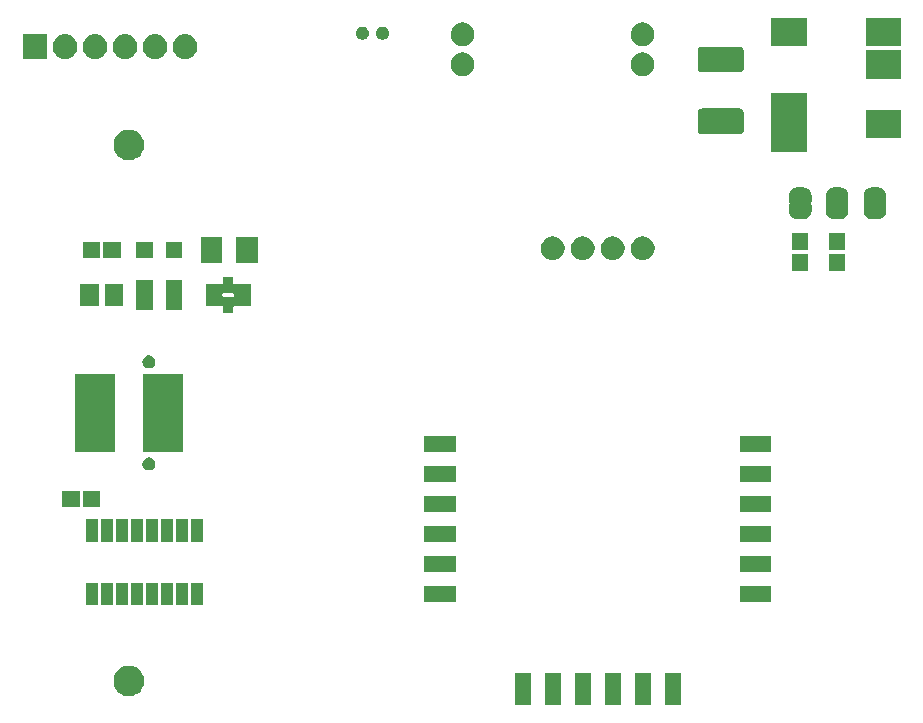
<source format=gts>
G04 #@! TF.GenerationSoftware,KiCad,Pcbnew,(5.1.0-0)*
G04 #@! TF.CreationDate,2019-05-12T16:12:14+09:00*
G04 #@! TF.ProjectId,split_EC_left,73706c69-745f-4454-935f-6c6566742e6b,rev?*
G04 #@! TF.SameCoordinates,Original*
G04 #@! TF.FileFunction,Soldermask,Top*
G04 #@! TF.FilePolarity,Negative*
%FSLAX46Y46*%
G04 Gerber Fmt 4.6, Leading zero omitted, Abs format (unit mm)*
G04 Created by KiCad (PCBNEW (5.1.0-0)) date 2019-05-12 16:12:14*
%MOMM*%
%LPD*%
G04 APERTURE LIST*
%ADD10C,0.100000*%
G04 APERTURE END LIST*
D10*
G36*
X129800000Y-99750000D02*
G01*
X128400000Y-99750000D01*
X128400000Y-97050000D01*
X129800000Y-97050000D01*
X129800000Y-99750000D01*
X129800000Y-99750000D01*
G37*
G36*
X127260000Y-99750000D02*
G01*
X125860000Y-99750000D01*
X125860000Y-97050000D01*
X127260000Y-97050000D01*
X127260000Y-99750000D01*
X127260000Y-99750000D01*
G37*
G36*
X124720000Y-99750000D02*
G01*
X123320000Y-99750000D01*
X123320000Y-97050000D01*
X124720000Y-97050000D01*
X124720000Y-99750000D01*
X124720000Y-99750000D01*
G37*
G36*
X122180000Y-99750000D02*
G01*
X120780000Y-99750000D01*
X120780000Y-97050000D01*
X122180000Y-97050000D01*
X122180000Y-99750000D01*
X122180000Y-99750000D01*
G37*
G36*
X119640000Y-99750000D02*
G01*
X118240000Y-99750000D01*
X118240000Y-97050000D01*
X119640000Y-97050000D01*
X119640000Y-99750000D01*
X119640000Y-99750000D01*
G37*
G36*
X117100000Y-99750000D02*
G01*
X115700000Y-99750000D01*
X115700000Y-97050000D01*
X117100000Y-97050000D01*
X117100000Y-99750000D01*
X117100000Y-99750000D01*
G37*
G36*
X83429196Y-96439958D02*
G01*
X83665781Y-96537955D01*
X83878702Y-96680224D01*
X84059776Y-96861298D01*
X84202045Y-97074219D01*
X84300042Y-97310804D01*
X84350000Y-97561961D01*
X84350000Y-97818039D01*
X84300042Y-98069196D01*
X84202045Y-98305781D01*
X84059776Y-98518702D01*
X83878702Y-98699776D01*
X83665781Y-98842045D01*
X83429196Y-98940042D01*
X83303617Y-98965021D01*
X83178040Y-98990000D01*
X82921960Y-98990000D01*
X82670804Y-98940042D01*
X82434219Y-98842045D01*
X82221298Y-98699776D01*
X82040224Y-98518702D01*
X81897955Y-98305781D01*
X81799958Y-98069196D01*
X81750000Y-97818039D01*
X81750000Y-97561961D01*
X81799958Y-97310804D01*
X81897955Y-97074219D01*
X82040224Y-96861298D01*
X82221298Y-96680224D01*
X82434219Y-96537955D01*
X82670804Y-96439958D01*
X82921960Y-96390000D01*
X83178040Y-96390000D01*
X83429196Y-96439958D01*
X83429196Y-96439958D01*
G37*
G36*
X80430000Y-91300000D02*
G01*
X79430000Y-91300000D01*
X79430000Y-89400000D01*
X80430000Y-89400000D01*
X80430000Y-91300000D01*
X80430000Y-91300000D01*
G37*
G36*
X89320000Y-91300000D02*
G01*
X88320000Y-91300000D01*
X88320000Y-89400000D01*
X89320000Y-89400000D01*
X89320000Y-91300000D01*
X89320000Y-91300000D01*
G37*
G36*
X88050000Y-91300000D02*
G01*
X87050000Y-91300000D01*
X87050000Y-89400000D01*
X88050000Y-89400000D01*
X88050000Y-91300000D01*
X88050000Y-91300000D01*
G37*
G36*
X86780000Y-91300000D02*
G01*
X85780000Y-91300000D01*
X85780000Y-89400000D01*
X86780000Y-89400000D01*
X86780000Y-91300000D01*
X86780000Y-91300000D01*
G37*
G36*
X84240000Y-91300000D02*
G01*
X83240000Y-91300000D01*
X83240000Y-89400000D01*
X84240000Y-89400000D01*
X84240000Y-91300000D01*
X84240000Y-91300000D01*
G37*
G36*
X85510000Y-91300000D02*
G01*
X84510000Y-91300000D01*
X84510000Y-89400000D01*
X85510000Y-89400000D01*
X85510000Y-91300000D01*
X85510000Y-91300000D01*
G37*
G36*
X81700000Y-91300000D02*
G01*
X80700000Y-91300000D01*
X80700000Y-89400000D01*
X81700000Y-89400000D01*
X81700000Y-91300000D01*
X81700000Y-91300000D01*
G37*
G36*
X82970000Y-91300000D02*
G01*
X81970000Y-91300000D01*
X81970000Y-89400000D01*
X82970000Y-89400000D01*
X82970000Y-91300000D01*
X82970000Y-91300000D01*
G37*
G36*
X137450000Y-91030000D02*
G01*
X134750000Y-91030000D01*
X134750000Y-89630000D01*
X137450000Y-89630000D01*
X137450000Y-91030000D01*
X137450000Y-91030000D01*
G37*
G36*
X110750000Y-91030000D02*
G01*
X108050000Y-91030000D01*
X108050000Y-89630000D01*
X110750000Y-89630000D01*
X110750000Y-91030000D01*
X110750000Y-91030000D01*
G37*
G36*
X110750000Y-88490000D02*
G01*
X108050000Y-88490000D01*
X108050000Y-87090000D01*
X110750000Y-87090000D01*
X110750000Y-88490000D01*
X110750000Y-88490000D01*
G37*
G36*
X137450000Y-88490000D02*
G01*
X134750000Y-88490000D01*
X134750000Y-87090000D01*
X137450000Y-87090000D01*
X137450000Y-88490000D01*
X137450000Y-88490000D01*
G37*
G36*
X110750000Y-85950000D02*
G01*
X108050000Y-85950000D01*
X108050000Y-84550000D01*
X110750000Y-84550000D01*
X110750000Y-85950000D01*
X110750000Y-85950000D01*
G37*
G36*
X137450000Y-85950000D02*
G01*
X134750000Y-85950000D01*
X134750000Y-84550000D01*
X137450000Y-84550000D01*
X137450000Y-85950000D01*
X137450000Y-85950000D01*
G37*
G36*
X89320000Y-85900000D02*
G01*
X88320000Y-85900000D01*
X88320000Y-84000000D01*
X89320000Y-84000000D01*
X89320000Y-85900000D01*
X89320000Y-85900000D01*
G37*
G36*
X88050000Y-85900000D02*
G01*
X87050000Y-85900000D01*
X87050000Y-84000000D01*
X88050000Y-84000000D01*
X88050000Y-85900000D01*
X88050000Y-85900000D01*
G37*
G36*
X86780000Y-85900000D02*
G01*
X85780000Y-85900000D01*
X85780000Y-84000000D01*
X86780000Y-84000000D01*
X86780000Y-85900000D01*
X86780000Y-85900000D01*
G37*
G36*
X85510000Y-85900000D02*
G01*
X84510000Y-85900000D01*
X84510000Y-84000000D01*
X85510000Y-84000000D01*
X85510000Y-85900000D01*
X85510000Y-85900000D01*
G37*
G36*
X80430000Y-85900000D02*
G01*
X79430000Y-85900000D01*
X79430000Y-84000000D01*
X80430000Y-84000000D01*
X80430000Y-85900000D01*
X80430000Y-85900000D01*
G37*
G36*
X81700000Y-85900000D02*
G01*
X80700000Y-85900000D01*
X80700000Y-84000000D01*
X81700000Y-84000000D01*
X81700000Y-85900000D01*
X81700000Y-85900000D01*
G37*
G36*
X82970000Y-85900000D02*
G01*
X81970000Y-85900000D01*
X81970000Y-84000000D01*
X82970000Y-84000000D01*
X82970000Y-85900000D01*
X82970000Y-85900000D01*
G37*
G36*
X84240000Y-85900000D02*
G01*
X83240000Y-85900000D01*
X83240000Y-84000000D01*
X84240000Y-84000000D01*
X84240000Y-85900000D01*
X84240000Y-85900000D01*
G37*
G36*
X137450000Y-83410000D02*
G01*
X134750000Y-83410000D01*
X134750000Y-82010000D01*
X137450000Y-82010000D01*
X137450000Y-83410000D01*
X137450000Y-83410000D01*
G37*
G36*
X110750000Y-83410000D02*
G01*
X108050000Y-83410000D01*
X108050000Y-82010000D01*
X110750000Y-82010000D01*
X110750000Y-83410000D01*
X110750000Y-83410000D01*
G37*
G36*
X80625000Y-83000000D02*
G01*
X79175000Y-83000000D01*
X79175000Y-81650000D01*
X80625000Y-81650000D01*
X80625000Y-83000000D01*
X80625000Y-83000000D01*
G37*
G36*
X78875000Y-83000000D02*
G01*
X77425000Y-83000000D01*
X77425000Y-81650000D01*
X78875000Y-81650000D01*
X78875000Y-83000000D01*
X78875000Y-83000000D01*
G37*
G36*
X110750000Y-80870000D02*
G01*
X108050000Y-80870000D01*
X108050000Y-79470000D01*
X110750000Y-79470000D01*
X110750000Y-80870000D01*
X110750000Y-80870000D01*
G37*
G36*
X137450000Y-80870000D02*
G01*
X134750000Y-80870000D01*
X134750000Y-79470000D01*
X137450000Y-79470000D01*
X137450000Y-80870000D01*
X137450000Y-80870000D01*
G37*
G36*
X84875009Y-78789091D02*
G01*
X84910429Y-78796136D01*
X84960476Y-78816867D01*
X85010524Y-78837597D01*
X85100602Y-78897785D01*
X85177215Y-78974398D01*
X85237403Y-79064476D01*
X85278864Y-79164572D01*
X85300000Y-79270828D01*
X85300000Y-79379172D01*
X85278864Y-79485428D01*
X85237403Y-79585524D01*
X85177215Y-79675602D01*
X85100602Y-79752215D01*
X85010524Y-79812403D01*
X84960476Y-79833133D01*
X84910429Y-79853864D01*
X84875009Y-79860909D01*
X84804172Y-79875000D01*
X84695828Y-79875000D01*
X84624991Y-79860909D01*
X84589571Y-79853864D01*
X84539524Y-79833133D01*
X84489476Y-79812403D01*
X84399398Y-79752215D01*
X84322785Y-79675602D01*
X84262597Y-79585524D01*
X84221136Y-79485428D01*
X84200000Y-79379172D01*
X84200000Y-79270828D01*
X84221136Y-79164572D01*
X84262597Y-79064476D01*
X84322785Y-78974398D01*
X84399398Y-78897785D01*
X84489476Y-78837597D01*
X84539524Y-78816867D01*
X84589571Y-78796136D01*
X84624991Y-78789091D01*
X84695828Y-78775000D01*
X84804172Y-78775000D01*
X84875009Y-78789091D01*
X84875009Y-78789091D01*
G37*
G36*
X110750000Y-78330000D02*
G01*
X108050000Y-78330000D01*
X108050000Y-76930000D01*
X110750000Y-76930000D01*
X110750000Y-78330000D01*
X110750000Y-78330000D01*
G37*
G36*
X137450000Y-78330000D02*
G01*
X134750000Y-78330000D01*
X134750000Y-76930000D01*
X137450000Y-76930000D01*
X137450000Y-78330000D01*
X137450000Y-78330000D01*
G37*
G36*
X81850000Y-78325000D02*
G01*
X78450000Y-78325000D01*
X78450000Y-71675000D01*
X81850000Y-71675000D01*
X81850000Y-78325000D01*
X81850000Y-78325000D01*
G37*
G36*
X87650000Y-78325000D02*
G01*
X84250000Y-78325000D01*
X84250000Y-71675000D01*
X87650000Y-71675000D01*
X87650000Y-78325000D01*
X87650000Y-78325000D01*
G37*
G36*
X84875009Y-70139091D02*
G01*
X84910429Y-70146136D01*
X84960476Y-70166867D01*
X85010524Y-70187597D01*
X85100602Y-70247785D01*
X85177215Y-70324398D01*
X85237403Y-70414476D01*
X85278864Y-70514572D01*
X85300000Y-70620828D01*
X85300000Y-70729172D01*
X85278864Y-70835428D01*
X85237403Y-70935524D01*
X85177215Y-71025602D01*
X85100602Y-71102215D01*
X85010524Y-71162403D01*
X84960476Y-71183134D01*
X84910429Y-71203864D01*
X84875009Y-71210909D01*
X84804172Y-71225000D01*
X84695828Y-71225000D01*
X84624991Y-71210909D01*
X84589571Y-71203864D01*
X84539524Y-71183134D01*
X84489476Y-71162403D01*
X84399398Y-71102215D01*
X84322785Y-71025602D01*
X84262597Y-70935524D01*
X84221136Y-70835428D01*
X84200000Y-70729172D01*
X84200000Y-70620828D01*
X84221136Y-70514572D01*
X84262597Y-70414476D01*
X84322785Y-70324398D01*
X84399398Y-70247785D01*
X84489476Y-70187597D01*
X84539524Y-70166867D01*
X84589571Y-70146136D01*
X84624991Y-70139091D01*
X84695828Y-70125000D01*
X84804172Y-70125000D01*
X84875009Y-70139091D01*
X84875009Y-70139091D01*
G37*
G36*
X91900000Y-64000001D02*
G01*
X91902402Y-64024387D01*
X91909515Y-64047836D01*
X91921066Y-64069447D01*
X91936611Y-64088389D01*
X91955553Y-64103934D01*
X91977164Y-64115485D01*
X92000613Y-64122598D01*
X92024999Y-64125000D01*
X93350000Y-64125000D01*
X93350000Y-65925000D01*
X92024999Y-65925000D01*
X92000613Y-65927402D01*
X91977164Y-65934515D01*
X91955553Y-65946066D01*
X91936611Y-65961611D01*
X91921066Y-65980553D01*
X91909515Y-66002164D01*
X91902402Y-66025613D01*
X91900000Y-66049999D01*
X91900000Y-66525000D01*
X91000000Y-66525000D01*
X91000000Y-66049999D01*
X90997598Y-66025613D01*
X90990485Y-66002164D01*
X90978934Y-65980553D01*
X90963389Y-65961611D01*
X90944447Y-65946066D01*
X90922836Y-65934515D01*
X90899387Y-65927402D01*
X90875001Y-65925000D01*
X89550000Y-65925000D01*
X89550000Y-64999999D01*
X90950000Y-64999999D01*
X90950000Y-65050001D01*
X90952402Y-65074387D01*
X90959515Y-65097836D01*
X90971066Y-65119447D01*
X90986611Y-65138389D01*
X91005553Y-65153934D01*
X91027164Y-65165485D01*
X91050613Y-65172598D01*
X91074999Y-65175000D01*
X91825001Y-65175000D01*
X91849387Y-65172598D01*
X91872836Y-65165485D01*
X91894447Y-65153934D01*
X91913389Y-65138389D01*
X91928934Y-65119447D01*
X91940485Y-65097836D01*
X91947598Y-65074387D01*
X91950000Y-65050001D01*
X91950000Y-64999999D01*
X91947598Y-64975613D01*
X91940485Y-64952164D01*
X91928934Y-64930553D01*
X91913389Y-64911611D01*
X91894447Y-64896066D01*
X91872836Y-64884515D01*
X91849387Y-64877402D01*
X91825001Y-64875000D01*
X91074999Y-64875000D01*
X91050613Y-64877402D01*
X91027164Y-64884515D01*
X91005553Y-64896066D01*
X90986611Y-64911611D01*
X90971066Y-64930553D01*
X90959515Y-64952164D01*
X90952402Y-64975613D01*
X90950000Y-64999999D01*
X89550000Y-64999999D01*
X89550000Y-64125000D01*
X90875001Y-64125000D01*
X90899387Y-64122598D01*
X90922836Y-64115485D01*
X90944447Y-64103934D01*
X90963389Y-64088389D01*
X90978934Y-64069447D01*
X90990485Y-64047836D01*
X90997598Y-64024387D01*
X91000000Y-64000001D01*
X91000000Y-63525000D01*
X91900000Y-63525000D01*
X91900000Y-64000001D01*
X91900000Y-64000001D01*
G37*
G36*
X85050000Y-66275000D02*
G01*
X83650000Y-66275000D01*
X83650000Y-63775000D01*
X85050000Y-63775000D01*
X85050000Y-66275000D01*
X85050000Y-66275000D01*
G37*
G36*
X87550000Y-66275000D02*
G01*
X86150000Y-66275000D01*
X86150000Y-63775000D01*
X87550000Y-63775000D01*
X87550000Y-66275000D01*
X87550000Y-66275000D01*
G37*
G36*
X80500000Y-65925000D02*
G01*
X78950000Y-65925000D01*
X78950000Y-64125000D01*
X80500000Y-64125000D01*
X80500000Y-65925000D01*
X80500000Y-65925000D01*
G37*
G36*
X82550000Y-65925000D02*
G01*
X81000000Y-65925000D01*
X81000000Y-64125000D01*
X82550000Y-64125000D01*
X82550000Y-65925000D01*
X82550000Y-65925000D01*
G37*
G36*
X143700000Y-63000000D02*
G01*
X142350000Y-63000000D01*
X142350000Y-61550000D01*
X143700000Y-61550000D01*
X143700000Y-63000000D01*
X143700000Y-63000000D01*
G37*
G36*
X140575000Y-63000000D02*
G01*
X139225000Y-63000000D01*
X139225000Y-61550000D01*
X140575000Y-61550000D01*
X140575000Y-63000000D01*
X140575000Y-63000000D01*
G37*
G36*
X93950000Y-62300000D02*
G01*
X92125000Y-62300000D01*
X92125000Y-60150000D01*
X93950000Y-60150000D01*
X93950000Y-62300000D01*
X93950000Y-62300000D01*
G37*
G36*
X90975000Y-62300000D02*
G01*
X89150000Y-62300000D01*
X89150000Y-60150000D01*
X90975000Y-60150000D01*
X90975000Y-62300000D01*
X90975000Y-62300000D01*
G37*
G36*
X124247290Y-60075619D02*
G01*
X124311689Y-60088429D01*
X124493678Y-60163811D01*
X124657463Y-60273249D01*
X124796751Y-60412537D01*
X124906189Y-60576322D01*
X124981571Y-60758311D01*
X125020000Y-60951509D01*
X125020000Y-61148491D01*
X124981571Y-61341689D01*
X124906189Y-61523678D01*
X124796751Y-61687463D01*
X124657463Y-61826751D01*
X124493678Y-61936189D01*
X124311689Y-62011571D01*
X124247290Y-62024381D01*
X124118493Y-62050000D01*
X123921507Y-62050000D01*
X123792710Y-62024381D01*
X123728311Y-62011571D01*
X123546322Y-61936189D01*
X123382537Y-61826751D01*
X123243249Y-61687463D01*
X123133811Y-61523678D01*
X123058429Y-61341689D01*
X123020000Y-61148491D01*
X123020000Y-60951509D01*
X123058429Y-60758311D01*
X123133811Y-60576322D01*
X123243249Y-60412537D01*
X123382537Y-60273249D01*
X123546322Y-60163811D01*
X123728311Y-60088429D01*
X123792710Y-60075619D01*
X123921507Y-60050000D01*
X124118493Y-60050000D01*
X124247290Y-60075619D01*
X124247290Y-60075619D01*
G37*
G36*
X126787290Y-60075619D02*
G01*
X126851689Y-60088429D01*
X127033678Y-60163811D01*
X127197463Y-60273249D01*
X127336751Y-60412537D01*
X127446189Y-60576322D01*
X127521571Y-60758311D01*
X127560000Y-60951509D01*
X127560000Y-61148491D01*
X127521571Y-61341689D01*
X127446189Y-61523678D01*
X127336751Y-61687463D01*
X127197463Y-61826751D01*
X127033678Y-61936189D01*
X126851689Y-62011571D01*
X126787290Y-62024381D01*
X126658493Y-62050000D01*
X126461507Y-62050000D01*
X126332710Y-62024381D01*
X126268311Y-62011571D01*
X126086322Y-61936189D01*
X125922537Y-61826751D01*
X125783249Y-61687463D01*
X125673811Y-61523678D01*
X125598429Y-61341689D01*
X125560000Y-61148491D01*
X125560000Y-60951509D01*
X125598429Y-60758311D01*
X125673811Y-60576322D01*
X125783249Y-60412537D01*
X125922537Y-60273249D01*
X126086322Y-60163811D01*
X126268311Y-60088429D01*
X126332710Y-60075619D01*
X126461507Y-60050000D01*
X126658493Y-60050000D01*
X126787290Y-60075619D01*
X126787290Y-60075619D01*
G37*
G36*
X119167290Y-60075619D02*
G01*
X119231689Y-60088429D01*
X119413678Y-60163811D01*
X119577463Y-60273249D01*
X119716751Y-60412537D01*
X119826189Y-60576322D01*
X119901571Y-60758311D01*
X119940000Y-60951509D01*
X119940000Y-61148491D01*
X119901571Y-61341689D01*
X119826189Y-61523678D01*
X119716751Y-61687463D01*
X119577463Y-61826751D01*
X119413678Y-61936189D01*
X119231689Y-62011571D01*
X119167290Y-62024381D01*
X119038493Y-62050000D01*
X118841507Y-62050000D01*
X118712710Y-62024381D01*
X118648311Y-62011571D01*
X118466322Y-61936189D01*
X118302537Y-61826751D01*
X118163249Y-61687463D01*
X118053811Y-61523678D01*
X117978429Y-61341689D01*
X117940000Y-61148491D01*
X117940000Y-60951509D01*
X117978429Y-60758311D01*
X118053811Y-60576322D01*
X118163249Y-60412537D01*
X118302537Y-60273249D01*
X118466322Y-60163811D01*
X118648311Y-60088429D01*
X118712710Y-60075619D01*
X118841507Y-60050000D01*
X119038493Y-60050000D01*
X119167290Y-60075619D01*
X119167290Y-60075619D01*
G37*
G36*
X121707290Y-60075619D02*
G01*
X121771689Y-60088429D01*
X121953678Y-60163811D01*
X122117463Y-60273249D01*
X122256751Y-60412537D01*
X122366189Y-60576322D01*
X122441571Y-60758311D01*
X122480000Y-60951509D01*
X122480000Y-61148491D01*
X122441571Y-61341689D01*
X122366189Y-61523678D01*
X122256751Y-61687463D01*
X122117463Y-61826751D01*
X121953678Y-61936189D01*
X121771689Y-62011571D01*
X121707290Y-62024381D01*
X121578493Y-62050000D01*
X121381507Y-62050000D01*
X121252710Y-62024381D01*
X121188311Y-62011571D01*
X121006322Y-61936189D01*
X120842537Y-61826751D01*
X120703249Y-61687463D01*
X120593811Y-61523678D01*
X120518429Y-61341689D01*
X120480000Y-61148491D01*
X120480000Y-60951509D01*
X120518429Y-60758311D01*
X120593811Y-60576322D01*
X120703249Y-60412537D01*
X120842537Y-60273249D01*
X121006322Y-60163811D01*
X121188311Y-60088429D01*
X121252710Y-60075619D01*
X121381507Y-60050000D01*
X121578493Y-60050000D01*
X121707290Y-60075619D01*
X121707290Y-60075619D01*
G37*
G36*
X85050000Y-61925000D02*
G01*
X83650000Y-61925000D01*
X83650000Y-60525000D01*
X85050000Y-60525000D01*
X85050000Y-61925000D01*
X85050000Y-61925000D01*
G37*
G36*
X87550000Y-61925000D02*
G01*
X86150000Y-61925000D01*
X86150000Y-60525000D01*
X87550000Y-60525000D01*
X87550000Y-61925000D01*
X87550000Y-61925000D01*
G37*
G36*
X82350000Y-61900000D02*
G01*
X80900000Y-61900000D01*
X80900000Y-60550000D01*
X82350000Y-60550000D01*
X82350000Y-61900000D01*
X82350000Y-61900000D01*
G37*
G36*
X80600000Y-61900000D02*
G01*
X79150000Y-61900000D01*
X79150000Y-60550000D01*
X80600000Y-60550000D01*
X80600000Y-61900000D01*
X80600000Y-61900000D01*
G37*
G36*
X140575000Y-61250000D02*
G01*
X139225000Y-61250000D01*
X139225000Y-59800000D01*
X140575000Y-59800000D01*
X140575000Y-61250000D01*
X140575000Y-61250000D01*
G37*
G36*
X143700000Y-61250000D02*
G01*
X142350000Y-61250000D01*
X142350000Y-59800000D01*
X143700000Y-59800000D01*
X143700000Y-61250000D01*
X143700000Y-61250000D01*
G37*
G36*
X140162197Y-55900233D02*
G01*
X140174449Y-55900835D01*
X140192869Y-55900835D01*
X140244358Y-55905906D01*
X140328439Y-55922631D01*
X140344403Y-55927474D01*
X140372048Y-55935859D01*
X140372054Y-55935861D01*
X140377960Y-55937653D01*
X140457158Y-55970457D01*
X140502791Y-55994848D01*
X140574076Y-56042479D01*
X140578847Y-56046395D01*
X140578849Y-56046396D01*
X140609303Y-56071389D01*
X140609309Y-56071395D01*
X140614072Y-56075304D01*
X140674696Y-56135928D01*
X140678605Y-56140691D01*
X140678611Y-56140697D01*
X140703604Y-56171151D01*
X140707521Y-56175924D01*
X140755152Y-56247209D01*
X140779543Y-56292842D01*
X140812347Y-56372040D01*
X140814139Y-56377946D01*
X140814141Y-56377952D01*
X140822526Y-56405597D01*
X140827369Y-56421561D01*
X140844094Y-56505642D01*
X140849165Y-56557131D01*
X140849165Y-56575551D01*
X140849767Y-56587803D01*
X140851573Y-56606140D01*
X140851573Y-57093860D01*
X140847107Y-57139205D01*
X140835670Y-57176908D01*
X140828096Y-57191078D01*
X140818720Y-57213717D01*
X140813940Y-57237751D01*
X140813940Y-57262255D01*
X140818721Y-57286288D01*
X140828096Y-57308922D01*
X140835670Y-57323092D01*
X140847107Y-57360795D01*
X140851573Y-57406140D01*
X140851573Y-57893860D01*
X140849767Y-57912197D01*
X140849165Y-57924449D01*
X140849165Y-57942869D01*
X140844094Y-57994358D01*
X140827369Y-58078439D01*
X140825576Y-58084349D01*
X140814141Y-58122048D01*
X140814139Y-58122054D01*
X140812347Y-58127960D01*
X140779543Y-58207158D01*
X140755152Y-58252791D01*
X140707521Y-58324076D01*
X140703605Y-58328847D01*
X140703604Y-58328849D01*
X140678611Y-58359303D01*
X140678605Y-58359309D01*
X140674696Y-58364072D01*
X140614072Y-58424696D01*
X140609309Y-58428605D01*
X140609303Y-58428611D01*
X140578849Y-58453604D01*
X140574076Y-58457521D01*
X140502791Y-58505152D01*
X140457158Y-58529543D01*
X140377960Y-58562347D01*
X140372054Y-58564139D01*
X140372048Y-58564141D01*
X140344403Y-58572526D01*
X140328439Y-58577369D01*
X140244358Y-58594094D01*
X140192869Y-58599165D01*
X140174449Y-58599165D01*
X140162197Y-58599767D01*
X140143860Y-58601573D01*
X139656140Y-58601573D01*
X139637803Y-58599767D01*
X139625551Y-58599165D01*
X139607131Y-58599165D01*
X139555642Y-58594094D01*
X139471561Y-58577369D01*
X139455597Y-58572526D01*
X139427952Y-58564141D01*
X139427946Y-58564139D01*
X139422040Y-58562347D01*
X139342842Y-58529543D01*
X139297209Y-58505152D01*
X139225924Y-58457521D01*
X139221151Y-58453604D01*
X139190697Y-58428611D01*
X139190691Y-58428605D01*
X139185928Y-58424696D01*
X139125304Y-58364072D01*
X139121395Y-58359309D01*
X139121389Y-58359303D01*
X139096396Y-58328849D01*
X139096395Y-58328847D01*
X139092479Y-58324076D01*
X139044848Y-58252791D01*
X139020457Y-58207158D01*
X138987653Y-58127960D01*
X138985861Y-58122054D01*
X138985859Y-58122048D01*
X138974424Y-58084349D01*
X138972631Y-58078439D01*
X138955906Y-57994358D01*
X138950835Y-57942869D01*
X138950835Y-57924449D01*
X138950233Y-57912197D01*
X138948427Y-57893860D01*
X138948427Y-57406140D01*
X138952893Y-57360795D01*
X138964330Y-57323092D01*
X138971904Y-57308922D01*
X138981280Y-57286283D01*
X138986060Y-57262249D01*
X138986060Y-57237745D01*
X138981279Y-57213712D01*
X138971904Y-57191078D01*
X138964330Y-57176908D01*
X138952893Y-57139205D01*
X138948427Y-57093860D01*
X138948427Y-56606140D01*
X138950233Y-56587803D01*
X138950835Y-56575551D01*
X138950835Y-56557131D01*
X138955906Y-56505642D01*
X138972631Y-56421561D01*
X138977474Y-56405597D01*
X138985859Y-56377952D01*
X138985861Y-56377946D01*
X138987653Y-56372040D01*
X139020457Y-56292842D01*
X139044848Y-56247209D01*
X139092479Y-56175924D01*
X139096396Y-56171151D01*
X139121389Y-56140697D01*
X139121395Y-56140691D01*
X139125304Y-56135928D01*
X139185928Y-56075304D01*
X139190691Y-56071395D01*
X139190697Y-56071389D01*
X139221151Y-56046396D01*
X139221153Y-56046395D01*
X139225924Y-56042479D01*
X139297209Y-55994848D01*
X139342842Y-55970457D01*
X139422040Y-55937653D01*
X139427946Y-55935861D01*
X139427952Y-55935859D01*
X139455597Y-55927474D01*
X139471561Y-55922631D01*
X139555642Y-55905906D01*
X139607131Y-55900835D01*
X139625551Y-55900835D01*
X139637803Y-55900233D01*
X139656140Y-55898427D01*
X140143860Y-55898427D01*
X140162197Y-55900233D01*
X140162197Y-55900233D01*
G37*
G36*
X143287197Y-55900233D02*
G01*
X143299449Y-55900835D01*
X143317869Y-55900835D01*
X143369358Y-55905906D01*
X143453439Y-55922631D01*
X143469403Y-55927474D01*
X143497048Y-55935859D01*
X143497054Y-55935861D01*
X143502960Y-55937653D01*
X143582158Y-55970457D01*
X143627791Y-55994848D01*
X143699076Y-56042479D01*
X143703847Y-56046395D01*
X143703849Y-56046396D01*
X143734303Y-56071389D01*
X143734309Y-56071395D01*
X143739072Y-56075304D01*
X143799696Y-56135928D01*
X143803605Y-56140691D01*
X143803611Y-56140697D01*
X143828604Y-56171151D01*
X143832521Y-56175924D01*
X143880152Y-56247209D01*
X143904543Y-56292842D01*
X143937347Y-56372040D01*
X143939139Y-56377946D01*
X143939141Y-56377952D01*
X143947526Y-56405597D01*
X143952369Y-56421561D01*
X143969094Y-56505642D01*
X143974165Y-56557131D01*
X143974165Y-56575551D01*
X143974767Y-56587803D01*
X143976573Y-56606140D01*
X143976573Y-57093860D01*
X143972107Y-57139205D01*
X143960670Y-57176908D01*
X143953096Y-57191078D01*
X143943720Y-57213717D01*
X143938940Y-57237751D01*
X143938940Y-57262255D01*
X143943721Y-57286288D01*
X143953096Y-57308922D01*
X143960670Y-57323092D01*
X143972107Y-57360795D01*
X143976573Y-57406140D01*
X143976573Y-57893860D01*
X143974767Y-57912197D01*
X143974165Y-57924449D01*
X143974165Y-57942869D01*
X143969094Y-57994358D01*
X143952369Y-58078439D01*
X143950576Y-58084349D01*
X143939141Y-58122048D01*
X143939139Y-58122054D01*
X143937347Y-58127960D01*
X143904543Y-58207158D01*
X143880152Y-58252791D01*
X143832521Y-58324076D01*
X143828605Y-58328847D01*
X143828604Y-58328849D01*
X143803611Y-58359303D01*
X143803605Y-58359309D01*
X143799696Y-58364072D01*
X143739072Y-58424696D01*
X143734309Y-58428605D01*
X143734303Y-58428611D01*
X143703849Y-58453604D01*
X143699076Y-58457521D01*
X143627791Y-58505152D01*
X143582158Y-58529543D01*
X143502960Y-58562347D01*
X143497054Y-58564139D01*
X143497048Y-58564141D01*
X143469403Y-58572526D01*
X143453439Y-58577369D01*
X143369358Y-58594094D01*
X143317869Y-58599165D01*
X143299449Y-58599165D01*
X143287197Y-58599767D01*
X143268860Y-58601573D01*
X142781140Y-58601573D01*
X142762803Y-58599767D01*
X142750551Y-58599165D01*
X142732131Y-58599165D01*
X142680642Y-58594094D01*
X142596561Y-58577369D01*
X142580597Y-58572526D01*
X142552952Y-58564141D01*
X142552946Y-58564139D01*
X142547040Y-58562347D01*
X142467842Y-58529543D01*
X142422209Y-58505152D01*
X142350924Y-58457521D01*
X142346151Y-58453604D01*
X142315697Y-58428611D01*
X142315691Y-58428605D01*
X142310928Y-58424696D01*
X142250304Y-58364072D01*
X142246395Y-58359309D01*
X142246389Y-58359303D01*
X142221396Y-58328849D01*
X142221395Y-58328847D01*
X142217479Y-58324076D01*
X142169848Y-58252791D01*
X142145457Y-58207158D01*
X142112653Y-58127960D01*
X142110861Y-58122054D01*
X142110859Y-58122048D01*
X142099424Y-58084349D01*
X142097631Y-58078439D01*
X142080906Y-57994358D01*
X142075835Y-57942869D01*
X142075835Y-57924449D01*
X142075233Y-57912197D01*
X142073427Y-57893860D01*
X142073427Y-57406140D01*
X142077893Y-57360795D01*
X142089330Y-57323092D01*
X142096904Y-57308922D01*
X142106280Y-57286283D01*
X142111060Y-57262249D01*
X142111060Y-57237745D01*
X142106279Y-57213712D01*
X142096904Y-57191078D01*
X142089330Y-57176908D01*
X142077893Y-57139205D01*
X142073427Y-57093860D01*
X142073427Y-56606140D01*
X142075233Y-56587803D01*
X142075835Y-56575551D01*
X142075835Y-56557131D01*
X142080906Y-56505642D01*
X142097631Y-56421561D01*
X142102474Y-56405597D01*
X142110859Y-56377952D01*
X142110861Y-56377946D01*
X142112653Y-56372040D01*
X142145457Y-56292842D01*
X142169848Y-56247209D01*
X142217479Y-56175924D01*
X142221396Y-56171151D01*
X142246389Y-56140697D01*
X142246395Y-56140691D01*
X142250304Y-56135928D01*
X142310928Y-56075304D01*
X142315691Y-56071395D01*
X142315697Y-56071389D01*
X142346151Y-56046396D01*
X142346153Y-56046395D01*
X142350924Y-56042479D01*
X142422209Y-55994848D01*
X142467842Y-55970457D01*
X142547040Y-55937653D01*
X142552946Y-55935861D01*
X142552952Y-55935859D01*
X142580597Y-55927474D01*
X142596561Y-55922631D01*
X142680642Y-55905906D01*
X142732131Y-55900835D01*
X142750551Y-55900835D01*
X142762803Y-55900233D01*
X142781140Y-55898427D01*
X143268860Y-55898427D01*
X143287197Y-55900233D01*
X143287197Y-55900233D01*
G37*
G36*
X146462197Y-55900233D02*
G01*
X146474449Y-55900835D01*
X146492869Y-55900835D01*
X146544358Y-55905906D01*
X146628439Y-55922631D01*
X146644403Y-55927474D01*
X146672048Y-55935859D01*
X146672054Y-55935861D01*
X146677960Y-55937653D01*
X146757158Y-55970457D01*
X146802791Y-55994848D01*
X146874076Y-56042479D01*
X146878847Y-56046395D01*
X146878849Y-56046396D01*
X146909303Y-56071389D01*
X146909309Y-56071395D01*
X146914072Y-56075304D01*
X146974696Y-56135928D01*
X146978605Y-56140691D01*
X146978611Y-56140697D01*
X147003604Y-56171151D01*
X147007521Y-56175924D01*
X147055152Y-56247209D01*
X147079543Y-56292842D01*
X147112347Y-56372040D01*
X147114139Y-56377946D01*
X147114141Y-56377952D01*
X147122526Y-56405597D01*
X147127369Y-56421561D01*
X147144094Y-56505642D01*
X147149165Y-56557131D01*
X147149165Y-56575551D01*
X147149767Y-56587803D01*
X147151573Y-56606140D01*
X147151573Y-57093860D01*
X147147107Y-57139205D01*
X147135670Y-57176908D01*
X147128096Y-57191078D01*
X147118720Y-57213717D01*
X147113940Y-57237751D01*
X147113940Y-57262255D01*
X147118721Y-57286288D01*
X147128096Y-57308922D01*
X147135670Y-57323092D01*
X147147107Y-57360795D01*
X147151573Y-57406140D01*
X147151573Y-57893860D01*
X147149767Y-57912197D01*
X147149165Y-57924449D01*
X147149165Y-57942869D01*
X147144094Y-57994358D01*
X147127369Y-58078439D01*
X147125576Y-58084349D01*
X147114141Y-58122048D01*
X147114139Y-58122054D01*
X147112347Y-58127960D01*
X147079543Y-58207158D01*
X147055152Y-58252791D01*
X147007521Y-58324076D01*
X147003605Y-58328847D01*
X147003604Y-58328849D01*
X146978611Y-58359303D01*
X146978605Y-58359309D01*
X146974696Y-58364072D01*
X146914072Y-58424696D01*
X146909309Y-58428605D01*
X146909303Y-58428611D01*
X146878849Y-58453604D01*
X146874076Y-58457521D01*
X146802791Y-58505152D01*
X146757158Y-58529543D01*
X146677960Y-58562347D01*
X146672054Y-58564139D01*
X146672048Y-58564141D01*
X146644403Y-58572526D01*
X146628439Y-58577369D01*
X146544358Y-58594094D01*
X146492869Y-58599165D01*
X146474449Y-58599165D01*
X146462197Y-58599767D01*
X146443860Y-58601573D01*
X145956140Y-58601573D01*
X145937803Y-58599767D01*
X145925551Y-58599165D01*
X145907131Y-58599165D01*
X145855642Y-58594094D01*
X145771561Y-58577369D01*
X145755597Y-58572526D01*
X145727952Y-58564141D01*
X145727946Y-58564139D01*
X145722040Y-58562347D01*
X145642842Y-58529543D01*
X145597209Y-58505152D01*
X145525924Y-58457521D01*
X145521151Y-58453604D01*
X145490697Y-58428611D01*
X145490691Y-58428605D01*
X145485928Y-58424696D01*
X145425304Y-58364072D01*
X145421395Y-58359309D01*
X145421389Y-58359303D01*
X145396396Y-58328849D01*
X145396395Y-58328847D01*
X145392479Y-58324076D01*
X145344848Y-58252791D01*
X145320457Y-58207158D01*
X145287653Y-58127960D01*
X145285861Y-58122054D01*
X145285859Y-58122048D01*
X145274424Y-58084349D01*
X145272631Y-58078439D01*
X145255906Y-57994358D01*
X145250835Y-57942869D01*
X145250835Y-57924449D01*
X145250233Y-57912197D01*
X145248427Y-57893860D01*
X145248427Y-57406140D01*
X145252893Y-57360795D01*
X145264330Y-57323092D01*
X145271904Y-57308922D01*
X145281280Y-57286283D01*
X145286060Y-57262249D01*
X145286060Y-57237745D01*
X145281279Y-57213712D01*
X145271904Y-57191078D01*
X145264330Y-57176908D01*
X145252893Y-57139205D01*
X145248427Y-57093860D01*
X145248427Y-56606140D01*
X145250233Y-56587803D01*
X145250835Y-56575551D01*
X145250835Y-56557131D01*
X145255906Y-56505642D01*
X145272631Y-56421561D01*
X145277474Y-56405597D01*
X145285859Y-56377952D01*
X145285861Y-56377946D01*
X145287653Y-56372040D01*
X145320457Y-56292842D01*
X145344848Y-56247209D01*
X145392479Y-56175924D01*
X145396396Y-56171151D01*
X145421389Y-56140697D01*
X145421395Y-56140691D01*
X145425304Y-56135928D01*
X145485928Y-56075304D01*
X145490691Y-56071395D01*
X145490697Y-56071389D01*
X145521151Y-56046396D01*
X145521153Y-56046395D01*
X145525924Y-56042479D01*
X145597209Y-55994848D01*
X145642842Y-55970457D01*
X145722040Y-55937653D01*
X145727946Y-55935861D01*
X145727952Y-55935859D01*
X145755597Y-55927474D01*
X145771561Y-55922631D01*
X145855642Y-55905906D01*
X145907131Y-55900835D01*
X145925551Y-55900835D01*
X145937803Y-55900233D01*
X145956140Y-55898427D01*
X146443860Y-55898427D01*
X146462197Y-55900233D01*
X146462197Y-55900233D01*
G37*
G36*
X83429196Y-51059958D02*
G01*
X83596486Y-51129252D01*
X83638407Y-51146616D01*
X83665781Y-51157955D01*
X83878702Y-51300224D01*
X84059776Y-51481298D01*
X84202045Y-51694219D01*
X84300042Y-51930804D01*
X84350000Y-52181961D01*
X84350000Y-52438039D01*
X84300042Y-52689196D01*
X84202045Y-52925781D01*
X84059776Y-53138702D01*
X83878702Y-53319776D01*
X83665781Y-53462045D01*
X83429196Y-53560042D01*
X83303617Y-53585021D01*
X83178040Y-53610000D01*
X82921960Y-53610000D01*
X82796383Y-53585021D01*
X82670804Y-53560042D01*
X82434219Y-53462045D01*
X82221298Y-53319776D01*
X82040224Y-53138702D01*
X81897955Y-52925781D01*
X81799958Y-52689196D01*
X81750000Y-52438039D01*
X81750000Y-52181961D01*
X81799958Y-51930804D01*
X81897955Y-51694219D01*
X82040224Y-51481298D01*
X82221298Y-51300224D01*
X82434219Y-51157955D01*
X82461594Y-51146616D01*
X82503514Y-51129252D01*
X82670804Y-51059958D01*
X82921960Y-51010000D01*
X83178040Y-51010000D01*
X83429196Y-51059958D01*
X83429196Y-51059958D01*
G37*
G36*
X140425000Y-52900000D02*
G01*
X137425000Y-52900000D01*
X137425000Y-47900000D01*
X140425000Y-47900000D01*
X140425000Y-52900000D01*
X140425000Y-52900000D01*
G37*
G36*
X148425000Y-51750000D02*
G01*
X145425000Y-51750000D01*
X145425000Y-49350000D01*
X148425000Y-49350000D01*
X148425000Y-51750000D01*
X148425000Y-51750000D01*
G37*
G36*
X134824953Y-49232156D02*
G01*
X134888920Y-49251560D01*
X134947865Y-49283067D01*
X134999532Y-49325468D01*
X135041933Y-49377135D01*
X135073440Y-49436080D01*
X135092844Y-49500047D01*
X135100000Y-49572700D01*
X135100000Y-51057300D01*
X135092844Y-51129953D01*
X135073440Y-51193920D01*
X135041933Y-51252865D01*
X134999532Y-51304532D01*
X134947865Y-51346933D01*
X134888920Y-51378440D01*
X134824953Y-51397844D01*
X134752300Y-51405000D01*
X131547700Y-51405000D01*
X131475047Y-51397844D01*
X131411080Y-51378440D01*
X131352135Y-51346933D01*
X131300468Y-51304532D01*
X131258067Y-51252865D01*
X131226560Y-51193920D01*
X131207156Y-51129953D01*
X131200000Y-51057300D01*
X131200000Y-49572700D01*
X131207156Y-49500047D01*
X131226560Y-49436080D01*
X131258067Y-49377135D01*
X131300468Y-49325468D01*
X131352135Y-49283067D01*
X131411080Y-49251560D01*
X131475047Y-49232156D01*
X131547700Y-49225000D01*
X134752300Y-49225000D01*
X134824953Y-49232156D01*
X134824953Y-49232156D01*
G37*
G36*
X148425000Y-46700000D02*
G01*
X145425000Y-46700000D01*
X145425000Y-44300000D01*
X148425000Y-44300000D01*
X148425000Y-46700000D01*
X148425000Y-46700000D01*
G37*
G36*
X111532290Y-44505619D02*
G01*
X111596689Y-44518429D01*
X111778678Y-44593811D01*
X111942463Y-44703249D01*
X112081751Y-44842537D01*
X112191189Y-45006322D01*
X112266571Y-45188311D01*
X112305000Y-45381509D01*
X112305000Y-45578491D01*
X112266571Y-45771689D01*
X112191189Y-45953678D01*
X112081751Y-46117463D01*
X111942463Y-46256751D01*
X111778678Y-46366189D01*
X111596689Y-46441571D01*
X111532290Y-46454381D01*
X111403493Y-46480000D01*
X111206507Y-46480000D01*
X111077710Y-46454381D01*
X111013311Y-46441571D01*
X110831322Y-46366189D01*
X110667537Y-46256751D01*
X110528249Y-46117463D01*
X110418811Y-45953678D01*
X110343429Y-45771689D01*
X110305000Y-45578491D01*
X110305000Y-45381509D01*
X110343429Y-45188311D01*
X110418811Y-45006322D01*
X110528249Y-44842537D01*
X110667537Y-44703249D01*
X110831322Y-44593811D01*
X111013311Y-44518429D01*
X111077710Y-44505619D01*
X111206507Y-44480000D01*
X111403493Y-44480000D01*
X111532290Y-44505619D01*
X111532290Y-44505619D01*
G37*
G36*
X126772290Y-44505619D02*
G01*
X126836689Y-44518429D01*
X127018678Y-44593811D01*
X127182463Y-44703249D01*
X127321751Y-44842537D01*
X127431189Y-45006322D01*
X127506571Y-45188311D01*
X127545000Y-45381509D01*
X127545000Y-45578491D01*
X127506571Y-45771689D01*
X127431189Y-45953678D01*
X127321751Y-46117463D01*
X127182463Y-46256751D01*
X127018678Y-46366189D01*
X126836689Y-46441571D01*
X126772290Y-46454381D01*
X126643493Y-46480000D01*
X126446507Y-46480000D01*
X126317710Y-46454381D01*
X126253311Y-46441571D01*
X126071322Y-46366189D01*
X125907537Y-46256751D01*
X125768249Y-46117463D01*
X125658811Y-45953678D01*
X125583429Y-45771689D01*
X125545000Y-45578491D01*
X125545000Y-45381509D01*
X125583429Y-45188311D01*
X125658811Y-45006322D01*
X125768249Y-44842537D01*
X125907537Y-44703249D01*
X126071322Y-44593811D01*
X126253311Y-44518429D01*
X126317710Y-44505619D01*
X126446507Y-44480000D01*
X126643493Y-44480000D01*
X126772290Y-44505619D01*
X126772290Y-44505619D01*
G37*
G36*
X134824953Y-44002156D02*
G01*
X134888920Y-44021560D01*
X134947865Y-44053067D01*
X134999532Y-44095468D01*
X135041933Y-44147135D01*
X135073440Y-44206080D01*
X135092844Y-44270047D01*
X135100000Y-44342700D01*
X135100000Y-45827300D01*
X135092844Y-45899953D01*
X135073440Y-45963920D01*
X135041933Y-46022865D01*
X134999532Y-46074532D01*
X134947865Y-46116933D01*
X134888920Y-46148440D01*
X134824953Y-46167844D01*
X134752300Y-46175000D01*
X131547700Y-46175000D01*
X131475047Y-46167844D01*
X131411080Y-46148440D01*
X131352135Y-46116933D01*
X131300468Y-46074532D01*
X131258067Y-46022865D01*
X131226560Y-45963920D01*
X131207156Y-45899953D01*
X131200000Y-45827300D01*
X131200000Y-44342700D01*
X131207156Y-44270047D01*
X131226560Y-44206080D01*
X131258067Y-44147135D01*
X131300468Y-44095468D01*
X131352135Y-44053067D01*
X131411080Y-44021560D01*
X131475047Y-44002156D01*
X131547700Y-43995000D01*
X134752300Y-43995000D01*
X134824953Y-44002156D01*
X134824953Y-44002156D01*
G37*
G36*
X80308707Y-42932597D02*
G01*
X80385836Y-42940193D01*
X80583762Y-43000233D01*
X80583765Y-43000234D01*
X80766170Y-43097732D01*
X80926055Y-43228945D01*
X81057268Y-43388830D01*
X81154766Y-43571235D01*
X81154767Y-43571238D01*
X81214807Y-43769164D01*
X81235080Y-43975000D01*
X81214807Y-44180836D01*
X81187745Y-44270047D01*
X81154766Y-44378765D01*
X81057268Y-44561170D01*
X80926055Y-44721055D01*
X80766170Y-44852268D01*
X80583765Y-44949766D01*
X80583762Y-44949767D01*
X80385836Y-45009807D01*
X80308707Y-45017403D01*
X80231580Y-45025000D01*
X80128420Y-45025000D01*
X80051293Y-45017404D01*
X79974164Y-45009807D01*
X79776238Y-44949767D01*
X79776235Y-44949766D01*
X79593830Y-44852268D01*
X79433945Y-44721055D01*
X79302732Y-44561170D01*
X79205234Y-44378765D01*
X79172255Y-44270047D01*
X79145193Y-44180836D01*
X79124920Y-43975000D01*
X79145193Y-43769164D01*
X79205233Y-43571238D01*
X79205234Y-43571235D01*
X79302732Y-43388830D01*
X79433945Y-43228945D01*
X79593830Y-43097732D01*
X79776235Y-43000234D01*
X79776238Y-43000233D01*
X79974164Y-42940193D01*
X80051293Y-42932597D01*
X80128420Y-42925000D01*
X80231580Y-42925000D01*
X80308707Y-42932597D01*
X80308707Y-42932597D01*
G37*
G36*
X87928707Y-42932597D02*
G01*
X88005836Y-42940193D01*
X88203762Y-43000233D01*
X88203765Y-43000234D01*
X88386170Y-43097732D01*
X88546055Y-43228945D01*
X88677268Y-43388830D01*
X88774766Y-43571235D01*
X88774767Y-43571238D01*
X88834807Y-43769164D01*
X88855080Y-43975000D01*
X88834807Y-44180836D01*
X88807745Y-44270047D01*
X88774766Y-44378765D01*
X88677268Y-44561170D01*
X88546055Y-44721055D01*
X88386170Y-44852268D01*
X88203765Y-44949766D01*
X88203762Y-44949767D01*
X88005836Y-45009807D01*
X87928707Y-45017403D01*
X87851580Y-45025000D01*
X87748420Y-45025000D01*
X87671293Y-45017404D01*
X87594164Y-45009807D01*
X87396238Y-44949767D01*
X87396235Y-44949766D01*
X87213830Y-44852268D01*
X87053945Y-44721055D01*
X86922732Y-44561170D01*
X86825234Y-44378765D01*
X86792255Y-44270047D01*
X86765193Y-44180836D01*
X86744920Y-43975000D01*
X86765193Y-43769164D01*
X86825233Y-43571238D01*
X86825234Y-43571235D01*
X86922732Y-43388830D01*
X87053945Y-43228945D01*
X87213830Y-43097732D01*
X87396235Y-43000234D01*
X87396238Y-43000233D01*
X87594164Y-42940193D01*
X87671293Y-42932597D01*
X87748420Y-42925000D01*
X87851580Y-42925000D01*
X87928707Y-42932597D01*
X87928707Y-42932597D01*
G37*
G36*
X85388707Y-42932597D02*
G01*
X85465836Y-42940193D01*
X85663762Y-43000233D01*
X85663765Y-43000234D01*
X85846170Y-43097732D01*
X86006055Y-43228945D01*
X86137268Y-43388830D01*
X86234766Y-43571235D01*
X86234767Y-43571238D01*
X86294807Y-43769164D01*
X86315080Y-43975000D01*
X86294807Y-44180836D01*
X86267745Y-44270047D01*
X86234766Y-44378765D01*
X86137268Y-44561170D01*
X86006055Y-44721055D01*
X85846170Y-44852268D01*
X85663765Y-44949766D01*
X85663762Y-44949767D01*
X85465836Y-45009807D01*
X85388707Y-45017403D01*
X85311580Y-45025000D01*
X85208420Y-45025000D01*
X85131293Y-45017404D01*
X85054164Y-45009807D01*
X84856238Y-44949767D01*
X84856235Y-44949766D01*
X84673830Y-44852268D01*
X84513945Y-44721055D01*
X84382732Y-44561170D01*
X84285234Y-44378765D01*
X84252255Y-44270047D01*
X84225193Y-44180836D01*
X84204920Y-43975000D01*
X84225193Y-43769164D01*
X84285233Y-43571238D01*
X84285234Y-43571235D01*
X84382732Y-43388830D01*
X84513945Y-43228945D01*
X84673830Y-43097732D01*
X84856235Y-43000234D01*
X84856238Y-43000233D01*
X85054164Y-42940193D01*
X85131293Y-42932597D01*
X85208420Y-42925000D01*
X85311580Y-42925000D01*
X85388707Y-42932597D01*
X85388707Y-42932597D01*
G37*
G36*
X82848707Y-42932597D02*
G01*
X82925836Y-42940193D01*
X83123762Y-43000233D01*
X83123765Y-43000234D01*
X83306170Y-43097732D01*
X83466055Y-43228945D01*
X83597268Y-43388830D01*
X83694766Y-43571235D01*
X83694767Y-43571238D01*
X83754807Y-43769164D01*
X83775080Y-43975000D01*
X83754807Y-44180836D01*
X83727745Y-44270047D01*
X83694766Y-44378765D01*
X83597268Y-44561170D01*
X83466055Y-44721055D01*
X83306170Y-44852268D01*
X83123765Y-44949766D01*
X83123762Y-44949767D01*
X82925836Y-45009807D01*
X82848707Y-45017403D01*
X82771580Y-45025000D01*
X82668420Y-45025000D01*
X82591293Y-45017404D01*
X82514164Y-45009807D01*
X82316238Y-44949767D01*
X82316235Y-44949766D01*
X82133830Y-44852268D01*
X81973945Y-44721055D01*
X81842732Y-44561170D01*
X81745234Y-44378765D01*
X81712255Y-44270047D01*
X81685193Y-44180836D01*
X81664920Y-43975000D01*
X81685193Y-43769164D01*
X81745233Y-43571238D01*
X81745234Y-43571235D01*
X81842732Y-43388830D01*
X81973945Y-43228945D01*
X82133830Y-43097732D01*
X82316235Y-43000234D01*
X82316238Y-43000233D01*
X82514164Y-42940193D01*
X82591293Y-42932597D01*
X82668420Y-42925000D01*
X82771580Y-42925000D01*
X82848707Y-42932597D01*
X82848707Y-42932597D01*
G37*
G36*
X77768707Y-42932597D02*
G01*
X77845836Y-42940193D01*
X78043762Y-43000233D01*
X78043765Y-43000234D01*
X78226170Y-43097732D01*
X78386055Y-43228945D01*
X78517268Y-43388830D01*
X78614766Y-43571235D01*
X78614767Y-43571238D01*
X78674807Y-43769164D01*
X78695080Y-43975000D01*
X78674807Y-44180836D01*
X78647745Y-44270047D01*
X78614766Y-44378765D01*
X78517268Y-44561170D01*
X78386055Y-44721055D01*
X78226170Y-44852268D01*
X78043765Y-44949766D01*
X78043762Y-44949767D01*
X77845836Y-45009807D01*
X77768707Y-45017404D01*
X77691580Y-45025000D01*
X77588420Y-45025000D01*
X77511293Y-45017404D01*
X77434164Y-45009807D01*
X77236238Y-44949767D01*
X77236235Y-44949766D01*
X77053830Y-44852268D01*
X76893945Y-44721055D01*
X76762732Y-44561170D01*
X76665234Y-44378765D01*
X76632255Y-44270047D01*
X76605193Y-44180836D01*
X76584920Y-43975000D01*
X76605193Y-43769164D01*
X76665233Y-43571238D01*
X76665234Y-43571235D01*
X76762732Y-43388830D01*
X76893945Y-43228945D01*
X77053830Y-43097732D01*
X77236235Y-43000234D01*
X77236238Y-43000233D01*
X77434164Y-42940193D01*
X77511293Y-42932597D01*
X77588420Y-42925000D01*
X77691580Y-42925000D01*
X77768707Y-42932597D01*
X77768707Y-42932597D01*
G37*
G36*
X76150000Y-45025000D02*
G01*
X74050000Y-45025000D01*
X74050000Y-42925000D01*
X76150000Y-42925000D01*
X76150000Y-45025000D01*
X76150000Y-45025000D01*
G37*
G36*
X148425000Y-43950000D02*
G01*
X145425000Y-43950000D01*
X145425000Y-41550000D01*
X148425000Y-41550000D01*
X148425000Y-43950000D01*
X148425000Y-43950000D01*
G37*
G36*
X140425000Y-43950000D02*
G01*
X137425000Y-43950000D01*
X137425000Y-41550000D01*
X140425000Y-41550000D01*
X140425000Y-43950000D01*
X140425000Y-43950000D01*
G37*
G36*
X111532290Y-41965619D02*
G01*
X111596689Y-41978429D01*
X111778678Y-42053811D01*
X111942463Y-42163249D01*
X112081751Y-42302537D01*
X112191189Y-42466322D01*
X112242201Y-42589477D01*
X112266571Y-42648312D01*
X112305000Y-42841507D01*
X112305000Y-43038493D01*
X112293216Y-43097733D01*
X112266571Y-43231689D01*
X112191189Y-43413678D01*
X112081751Y-43577463D01*
X111942463Y-43716751D01*
X111778678Y-43826189D01*
X111596689Y-43901571D01*
X111532290Y-43914381D01*
X111403493Y-43940000D01*
X111206507Y-43940000D01*
X111077710Y-43914381D01*
X111013311Y-43901571D01*
X110831322Y-43826189D01*
X110667537Y-43716751D01*
X110528249Y-43577463D01*
X110418811Y-43413678D01*
X110343429Y-43231689D01*
X110316784Y-43097733D01*
X110305000Y-43038493D01*
X110305000Y-42841507D01*
X110343429Y-42648312D01*
X110367799Y-42589477D01*
X110418811Y-42466322D01*
X110528249Y-42302537D01*
X110667537Y-42163249D01*
X110831322Y-42053811D01*
X111013311Y-41978429D01*
X111077710Y-41965619D01*
X111206507Y-41940000D01*
X111403493Y-41940000D01*
X111532290Y-41965619D01*
X111532290Y-41965619D01*
G37*
G36*
X126772290Y-41965619D02*
G01*
X126836689Y-41978429D01*
X127018678Y-42053811D01*
X127182463Y-42163249D01*
X127321751Y-42302537D01*
X127431189Y-42466322D01*
X127482201Y-42589477D01*
X127506571Y-42648312D01*
X127545000Y-42841507D01*
X127545000Y-43038493D01*
X127533216Y-43097733D01*
X127506571Y-43231689D01*
X127431189Y-43413678D01*
X127321751Y-43577463D01*
X127182463Y-43716751D01*
X127018678Y-43826189D01*
X126836689Y-43901571D01*
X126772290Y-43914381D01*
X126643493Y-43940000D01*
X126446507Y-43940000D01*
X126317710Y-43914381D01*
X126253311Y-43901571D01*
X126071322Y-43826189D01*
X125907537Y-43716751D01*
X125768249Y-43577463D01*
X125658811Y-43413678D01*
X125583429Y-43231689D01*
X125556784Y-43097733D01*
X125545000Y-43038493D01*
X125545000Y-42841507D01*
X125583429Y-42648312D01*
X125607799Y-42589477D01*
X125658811Y-42466322D01*
X125768249Y-42302537D01*
X125907537Y-42163249D01*
X126071322Y-42053811D01*
X126253311Y-41978429D01*
X126317710Y-41965619D01*
X126446507Y-41940000D01*
X126643493Y-41940000D01*
X126772290Y-41965619D01*
X126772290Y-41965619D01*
G37*
G36*
X102950009Y-42314091D02*
G01*
X102985429Y-42321136D01*
X103035476Y-42341866D01*
X103085524Y-42362597D01*
X103175602Y-42422785D01*
X103252215Y-42499398D01*
X103312403Y-42589476D01*
X103353864Y-42689572D01*
X103375000Y-42795828D01*
X103375000Y-42904172D01*
X103353864Y-43010428D01*
X103312403Y-43110524D01*
X103252215Y-43200602D01*
X103175602Y-43277215D01*
X103085524Y-43337403D01*
X103035476Y-43358134D01*
X102985429Y-43378864D01*
X102950009Y-43385909D01*
X102879172Y-43400000D01*
X102770828Y-43400000D01*
X102699991Y-43385909D01*
X102664571Y-43378864D01*
X102614524Y-43358133D01*
X102564476Y-43337403D01*
X102474398Y-43277215D01*
X102397785Y-43200602D01*
X102337597Y-43110524D01*
X102296136Y-43010428D01*
X102275000Y-42904172D01*
X102275000Y-42795828D01*
X102296136Y-42689572D01*
X102337597Y-42589476D01*
X102397785Y-42499398D01*
X102474398Y-42422785D01*
X102564476Y-42362597D01*
X102614524Y-42341866D01*
X102664571Y-42321136D01*
X102699991Y-42314091D01*
X102770828Y-42300000D01*
X102879172Y-42300000D01*
X102950009Y-42314091D01*
X102950009Y-42314091D01*
G37*
G36*
X104650009Y-42314091D02*
G01*
X104685429Y-42321136D01*
X104735476Y-42341866D01*
X104785524Y-42362597D01*
X104875602Y-42422785D01*
X104952215Y-42499398D01*
X105012403Y-42589476D01*
X105053864Y-42689572D01*
X105075000Y-42795828D01*
X105075000Y-42904172D01*
X105053864Y-43010428D01*
X105012403Y-43110524D01*
X104952215Y-43200602D01*
X104875602Y-43277215D01*
X104785524Y-43337403D01*
X104735476Y-43358134D01*
X104685429Y-43378864D01*
X104650009Y-43385909D01*
X104579172Y-43400000D01*
X104470828Y-43400000D01*
X104399991Y-43385909D01*
X104364571Y-43378864D01*
X104314524Y-43358133D01*
X104264476Y-43337403D01*
X104174398Y-43277215D01*
X104097785Y-43200602D01*
X104037597Y-43110524D01*
X103996136Y-43010428D01*
X103975000Y-42904172D01*
X103975000Y-42795828D01*
X103996136Y-42689572D01*
X104037597Y-42589476D01*
X104097785Y-42499398D01*
X104174398Y-42422785D01*
X104264476Y-42362597D01*
X104314524Y-42341866D01*
X104364571Y-42321136D01*
X104399991Y-42314091D01*
X104470828Y-42300000D01*
X104579172Y-42300000D01*
X104650009Y-42314091D01*
X104650009Y-42314091D01*
G37*
M02*

</source>
